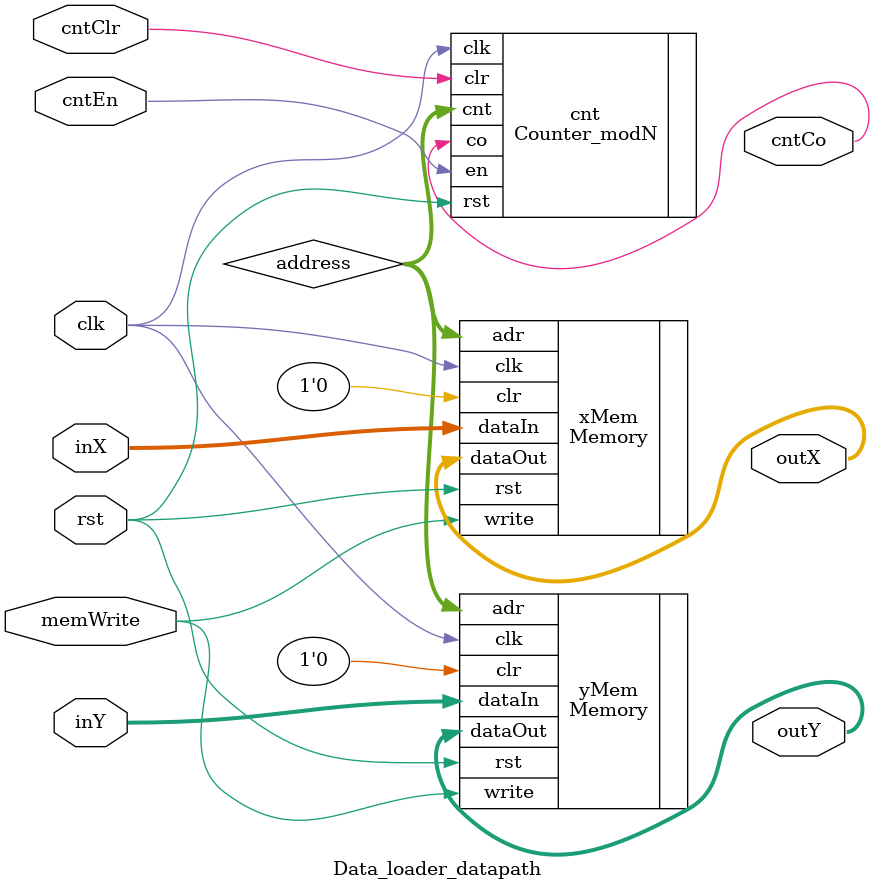
<source format=v>
`include "Memory.v"
`include "Counter_modN.v"

module Data_loader_datapath(inX, inY, cntEn, cntClr, memWrite, clk, rst, outX, outY, cntCo);
    input [19:0] inX, inY;
    input cntEn, cntClr, memWrite, clk, rst;
    output [19:0] outX, outY;
    output cntCo;

    wire [7:0] address;

    Counter_modN #(150) cnt(.en(cntEn), .clr(cntClr), .clk(clk), .rst(rst), .co(cntCo), .cnt(address));

    Memory #(.WordSize(20), .WordCount(150)) xMem(
        .adr(address), .dataIn(inX), .write(memWrite), .clr(1'b0), .clk(clk), .rst(rst),
        .dataOut(outX)
    );
    Memory #(.WordSize(20), .WordCount(150)) yMem(
        .adr(address), .dataIn(inY), .write(memWrite), .clr(1'b0), .clk(clk), .rst(rst),
        .dataOut(outY)
    );
endmodule

</source>
